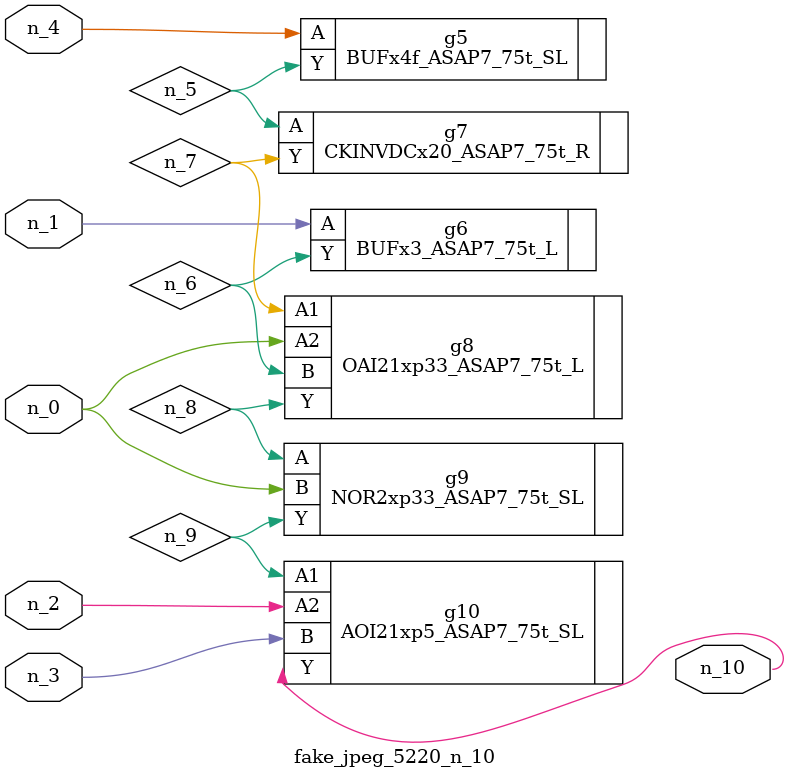
<source format=v>
module fake_jpeg_5220_n_10 (n_3, n_2, n_1, n_0, n_4, n_10);

input n_3;
input n_2;
input n_1;
input n_0;
input n_4;

output n_10;

wire n_8;
wire n_9;
wire n_6;
wire n_5;
wire n_7;

BUFx4f_ASAP7_75t_SL g5 ( 
.A(n_4),
.Y(n_5)
);

BUFx3_ASAP7_75t_L g6 ( 
.A(n_1),
.Y(n_6)
);

CKINVDCx20_ASAP7_75t_R g7 ( 
.A(n_5),
.Y(n_7)
);

OAI21xp33_ASAP7_75t_L g8 ( 
.A1(n_7),
.A2(n_0),
.B(n_6),
.Y(n_8)
);

NOR2xp33_ASAP7_75t_SL g9 ( 
.A(n_8),
.B(n_0),
.Y(n_9)
);

AOI21xp5_ASAP7_75t_SL g10 ( 
.A1(n_9),
.A2(n_2),
.B(n_3),
.Y(n_10)
);


endmodule
</source>
